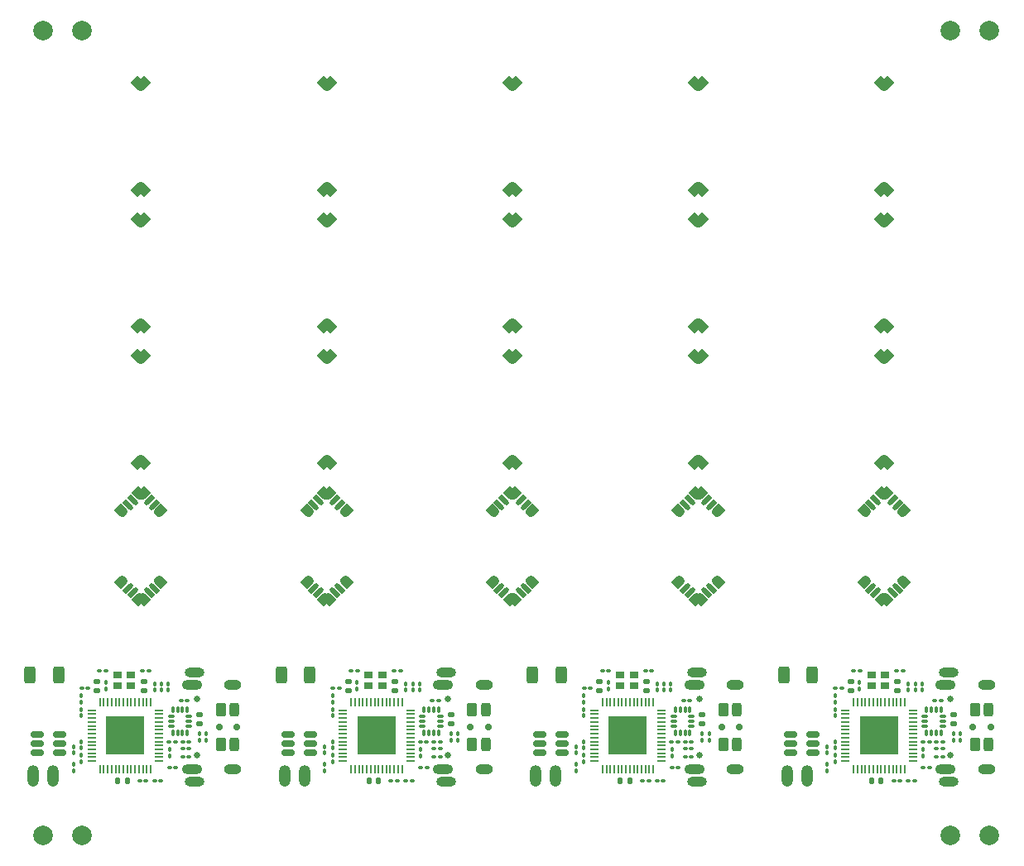
<source format=gbr>
%TF.GenerationSoftware,KiCad,Pcbnew,9.0.3*%
%TF.CreationDate,2025-08-06T20:18:33-04:00*%
%TF.ProjectId,flowstick_main_panel,666c6f77-7374-4696-936b-5f6d61696e5f,rev?*%
%TF.SameCoordinates,Original*%
%TF.FileFunction,Soldermask,Top*%
%TF.FilePolarity,Negative*%
%FSLAX46Y46*%
G04 Gerber Fmt 4.6, Leading zero omitted, Abs format (unit mm)*
G04 Created by KiCad (PCBNEW 9.0.3) date 2025-08-06 20:18:33*
%MOMM*%
%LPD*%
G01*
G04 APERTURE LIST*
G04 Aperture macros list*
%AMRoundRect*
0 Rectangle with rounded corners*
0 $1 Rounding radius*
0 $2 $3 $4 $5 $6 $7 $8 $9 X,Y pos of 4 corners*
0 Add a 4 corners polygon primitive as box body*
4,1,4,$2,$3,$4,$5,$6,$7,$8,$9,$2,$3,0*
0 Add four circle primitives for the rounded corners*
1,1,$1+$1,$2,$3*
1,1,$1+$1,$4,$5*
1,1,$1+$1,$6,$7*
1,1,$1+$1,$8,$9*
0 Add four rect primitives between the rounded corners*
20,1,$1+$1,$2,$3,$4,$5,0*
20,1,$1+$1,$4,$5,$6,$7,0*
20,1,$1+$1,$6,$7,$8,$9,0*
20,1,$1+$1,$8,$9,$2,$3,0*%
%AMFreePoly0*
4,1,16,-0.750000,0.499999,0.250000,0.500000,0.356283,0.488573,0.489623,0.438839,0.603553,0.353553,0.688839,0.239624,0.738573,0.106282,0.750000,0.000000,0.738573,-0.106282,0.688839,-0.239624,0.603553,-0.353553,0.489623,-0.438839,0.356283,-0.488573,0.250000,-0.500000,-0.750000,-0.499999,-0.750000,0.499999,-0.750000,0.499999,$1*%
%AMFreePoly1*
4,1,16,-0.600000,0.499999,0.100000,0.500000,0.206283,0.488573,0.339623,0.438839,0.453553,0.353553,0.538839,0.239624,0.588573,0.106282,0.600000,0.000000,0.588573,-0.106282,0.538839,-0.239624,0.453553,-0.353553,0.339623,-0.438839,0.206283,-0.488573,0.100000,-0.500000,-0.600000,-0.499999,-0.600000,0.499999,-0.600000,0.499999,$1*%
%AMFreePoly2*
4,1,12,-0.600000,0.250000,0.350000,0.250000,0.445671,0.230969,0.526777,0.176777,0.580970,0.095671,0.600000,0.000000,0.580970,-0.095671,0.526777,-0.176777,0.445671,-0.230969,0.350000,-0.250000,-0.600000,-0.250000,-0.600000,0.250000,-0.600000,0.250000,$1*%
G04 Aperture macros list end*
%ADD10C,2.000000*%
%ADD11FreePoly0,315.000000*%
%ADD12FreePoly0,225.000000*%
%ADD13FreePoly0,45.000000*%
%ADD14FreePoly0,135.000000*%
%ADD15FreePoly1,315.000000*%
%ADD16FreePoly2,315.000000*%
%ADD17FreePoly1,45.000000*%
%ADD18FreePoly2,45.000000*%
%ADD19FreePoly1,135.000000*%
%ADD20FreePoly2,135.000000*%
%ADD21FreePoly1,225.000000*%
%ADD22FreePoly2,225.000000*%
%ADD23O,2.000000X1.000000*%
%ADD24RoundRect,0.100000X-0.100000X0.130000X-0.100000X-0.130000X0.100000X-0.130000X0.100000X0.130000X0*%
%ADD25RoundRect,0.100000X0.100000X-0.130000X0.100000X0.130000X-0.100000X0.130000X-0.100000X-0.130000X0*%
%ADD26RoundRect,0.250000X0.312500X0.625000X-0.312500X0.625000X-0.312500X-0.625000X0.312500X-0.625000X0*%
%ADD27RoundRect,0.100000X0.130000X0.100000X-0.130000X0.100000X-0.130000X-0.100000X0.130000X-0.100000X0*%
%ADD28RoundRect,0.140000X0.170000X-0.140000X0.170000X0.140000X-0.170000X0.140000X-0.170000X-0.140000X0*%
%ADD29RoundRect,0.100000X-0.130000X-0.100000X0.130000X-0.100000X0.130000X0.100000X-0.130000X0.100000X0*%
%ADD30RoundRect,0.140000X-0.140000X-0.170000X0.140000X-0.170000X0.140000X0.170000X-0.140000X0.170000X0*%
%ADD31C,0.650000*%
%ADD32O,1.800000X1.000000*%
%ADD33O,2.100000X1.000000*%
%ADD34RoundRect,0.050000X-0.350000X-0.050000X0.350000X-0.050000X0.350000X0.050000X-0.350000X0.050000X0*%
%ADD35RoundRect,0.050000X-0.050000X-0.350000X0.050000X-0.350000X0.050000X0.350000X-0.050000X0.350000X0*%
%ADD36R,4.000000X4.000000*%
%ADD37C,0.700000*%
%ADD38RoundRect,0.250000X0.275000X-0.450000X0.275000X0.450000X-0.275000X0.450000X-0.275000X-0.450000X0*%
%ADD39RoundRect,0.238095X0.261905X-0.461905X0.261905X0.461905X-0.261905X0.461905X-0.261905X-0.461905X0*%
%ADD40R,0.900000X0.800000*%
%ADD41RoundRect,0.140000X-0.170000X0.140000X-0.170000X-0.140000X0.170000X-0.140000X0.170000X0.140000X0*%
%ADD42O,1.200000X2.200000*%
%ADD43C,1.200000*%
%ADD44RoundRect,0.087500X0.087500X-0.225000X0.087500X0.225000X-0.087500X0.225000X-0.087500X-0.225000X0*%
%ADD45RoundRect,0.087500X0.225000X-0.087500X0.225000X0.087500X-0.225000X0.087500X-0.225000X-0.087500X0*%
%ADD46RoundRect,0.150000X0.512500X0.150000X-0.512500X0.150000X-0.512500X-0.150000X0.512500X-0.150000X0*%
G04 APERTURE END LIST*
D10*
%TO.C,REF\u002A\u002A*%
X194800000Y-147400000D03*
%TD*%
%TO.C,REF\u002A\u002A*%
X194800000Y-65000000D03*
%TD*%
%TO.C,REF\u002A\u002A*%
X98000000Y-65000000D03*
%TD*%
%TO.C,REF\u002A\u002A*%
X98000000Y-147400000D03*
%TD*%
%TO.C,REF\u002A\u002A*%
X102000000Y-147400001D03*
%TD*%
%TO.C,REF\u002A\u002A*%
X190800000Y-147400000D03*
%TD*%
%TO.C,REF\u002A\u002A*%
X190800000Y-65000000D03*
%TD*%
%TO.C,REF\u002A\u002A*%
X102000000Y-65000000D03*
%TD*%
D11*
%TO.C,REF\u002A\u002A*%
X183823227Y-70473247D03*
D12*
X184176781Y-70473247D03*
D13*
X183823227Y-81126801D03*
D14*
X184176781Y-81126801D03*
%TD*%
D15*
%TO.C,J8*%
X182040380Y-114208159D03*
D16*
X182676776Y-113571763D03*
X183171751Y-113076788D03*
D15*
X183808147Y-112440392D03*
%TD*%
D17*
%TO.C,J5*%
X183808147Y-123159632D03*
D18*
X183171751Y-122523236D03*
X182676776Y-122028261D03*
D17*
X182040380Y-121391865D03*
%TD*%
D19*
%TO.C,J6*%
X185959620Y-121391865D03*
D20*
X185323224Y-122028261D03*
X184828249Y-122523236D03*
D19*
X184191853Y-123159632D03*
%TD*%
D21*
%TO.C,J7*%
X184191853Y-112440392D03*
D22*
X184828249Y-113076788D03*
X185323224Y-113571763D03*
D21*
X185959620Y-114208159D03*
%TD*%
D12*
%TO.C,REF\u002A\u002A*%
X184176777Y-84473235D03*
D11*
X183823223Y-84473235D03*
D13*
X183823223Y-95126789D03*
D14*
X184176777Y-95126789D03*
%TD*%
D11*
%TO.C,REF\u002A\u002A*%
X183823223Y-98473235D03*
D12*
X184176777Y-98473235D03*
D13*
X183823223Y-109126789D03*
D14*
X184176777Y-109126789D03*
%TD*%
D11*
%TO.C,REF\u002A\u002A*%
X164823227Y-70473235D03*
D12*
X165176781Y-70473235D03*
D13*
X164823227Y-81126789D03*
D14*
X165176781Y-81126789D03*
%TD*%
D21*
%TO.C,J7*%
X165191853Y-112440380D03*
D22*
X165828249Y-113076776D03*
X166323224Y-113571751D03*
D21*
X166959620Y-114208147D03*
%TD*%
D19*
%TO.C,J6*%
X166959620Y-121391853D03*
D20*
X166323224Y-122028249D03*
X165828249Y-122523224D03*
D19*
X165191853Y-123159620D03*
%TD*%
D17*
%TO.C,J5*%
X164808147Y-123159620D03*
D18*
X164171751Y-122523224D03*
X163676776Y-122028249D03*
D17*
X163040380Y-121391853D03*
%TD*%
D15*
%TO.C,J8*%
X163040380Y-114208147D03*
D16*
X163676776Y-113571751D03*
X164171751Y-113076776D03*
D15*
X164808147Y-112440380D03*
%TD*%
D23*
%TO.C,J3*%
X190600000Y-130700000D03*
%TD*%
D24*
%TO.C,C17*%
X191800000Y-136980000D03*
X191800000Y-137620000D03*
%TD*%
D25*
%TO.C,R9*%
X188000000Y-139220000D03*
X188000000Y-138580000D03*
%TD*%
D26*
%TO.C,AE1*%
X176662500Y-130950000D03*
X173737500Y-130950000D03*
%TD*%
D24*
%TO.C,L1*%
X181500000Y-131750000D03*
X181500000Y-132390000D03*
%TD*%
D25*
%TO.C,R15*%
X179000000Y-138420000D03*
X179000000Y-137780000D03*
%TD*%
D27*
%TO.C,C14*%
X188665000Y-140400000D03*
X188025000Y-140400000D03*
%TD*%
D24*
%TO.C,R7*%
X178200000Y-140100000D03*
X178200000Y-140740000D03*
%TD*%
D28*
%TO.C,C3*%
X185400000Y-132550000D03*
X185400000Y-131590000D03*
%TD*%
D29*
%TO.C,C5*%
X185280000Y-130570000D03*
X185920000Y-130570000D03*
%TD*%
D30*
%TO.C,C2*%
X182720000Y-141800000D03*
X183680000Y-141800000D03*
%TD*%
D27*
%TO.C,R3*%
X187120000Y-141800000D03*
X186480000Y-141800000D03*
%TD*%
D29*
%TO.C,R10*%
X187980000Y-137800000D03*
X188620000Y-137800000D03*
%TD*%
D31*
%TO.C,J1*%
X190795000Y-133410000D03*
X190795000Y-139190000D03*
D32*
X194475000Y-131980000D03*
D33*
X190295000Y-131980000D03*
D32*
X194475000Y-140620000D03*
D33*
X190295000Y-140620000D03*
%TD*%
D25*
%TO.C,L2*%
X179000000Y-133720000D03*
X179000000Y-133080000D03*
%TD*%
D34*
%TO.C,U1*%
X180050000Y-134570000D03*
X180050000Y-134970000D03*
X180050000Y-135370000D03*
X180050000Y-135770000D03*
X180050000Y-136170000D03*
X180050000Y-136570000D03*
X180050000Y-136970000D03*
X180050000Y-137370000D03*
X180050000Y-137770000D03*
X180050000Y-138170000D03*
X180050000Y-138570000D03*
X180050000Y-138970000D03*
X180050000Y-139370000D03*
X180050000Y-139770000D03*
D35*
X180900000Y-140620000D03*
X181300000Y-140620000D03*
X181700000Y-140620000D03*
X182100000Y-140620000D03*
X182500000Y-140620000D03*
X182900000Y-140620000D03*
X183300000Y-140620000D03*
X183700000Y-140620000D03*
X184100000Y-140620000D03*
X184500000Y-140620000D03*
X184900000Y-140620000D03*
X185300000Y-140620000D03*
X185700000Y-140620000D03*
X186100000Y-140620000D03*
D34*
X186950000Y-139770000D03*
X186950000Y-139370000D03*
X186950000Y-138970000D03*
X186950000Y-138570000D03*
X186950000Y-138170000D03*
X186950000Y-137770000D03*
X186950000Y-137370000D03*
X186950000Y-136970000D03*
X186950000Y-136570000D03*
X186950000Y-136170000D03*
X186950000Y-135770000D03*
X186950000Y-135370000D03*
X186950000Y-134970000D03*
X186950000Y-134570000D03*
D35*
X186100000Y-133720000D03*
X185700000Y-133720000D03*
X185300000Y-133720000D03*
X184900000Y-133720000D03*
X184500000Y-133720000D03*
X184100000Y-133720000D03*
X183700000Y-133720000D03*
X183300000Y-133720000D03*
X182900000Y-133720000D03*
X182500000Y-133720000D03*
X182100000Y-133720000D03*
X181700000Y-133720000D03*
X181300000Y-133720000D03*
X180900000Y-133720000D03*
D36*
X183500000Y-137170000D03*
%TD*%
D37*
%TO.C,SW1*%
X193100000Y-136300000D03*
X194900000Y-136300000D03*
D38*
X193280000Y-138100000D03*
X193280000Y-134500000D03*
D39*
X194670000Y-138100000D03*
X194670000Y-134500000D03*
%TD*%
D27*
%TO.C,R4*%
X185620000Y-141800000D03*
X184980000Y-141800000D03*
%TD*%
D40*
%TO.C,Y1*%
X184100000Y-130920000D03*
X182700000Y-130920000D03*
X182700000Y-132020000D03*
X184100000Y-132020000D03*
%TD*%
D23*
%TO.C,J4*%
X190600000Y-141900000D03*
%TD*%
D29*
%TO.C,C13*%
X189380000Y-137800000D03*
X190020000Y-137800000D03*
%TD*%
D24*
%TO.C,C7*%
X179000000Y-134480000D03*
X179000000Y-135120000D03*
%TD*%
D41*
%TO.C,C16*%
X191100000Y-135020000D03*
X191100000Y-135980000D03*
%TD*%
D42*
%TO.C,BT1*%
X176100000Y-141300000D03*
D43*
X176100000Y-141800000D03*
D42*
X174100000Y-141300000D03*
D43*
X174100000Y-141800000D03*
%TD*%
D24*
%TO.C,C18*%
X179000000Y-139180000D03*
X179000000Y-139820000D03*
%TD*%
D25*
%TO.C,R2*%
X191100000Y-137620000D03*
X191100000Y-136980000D03*
%TD*%
D29*
%TO.C,C8*%
X179035000Y-132300000D03*
X179675000Y-132300000D03*
%TD*%
%TO.C,C6*%
X180880000Y-130570000D03*
X181520000Y-130570000D03*
%TD*%
%TO.C,R11*%
X189380000Y-138500000D03*
X190020000Y-138500000D03*
%TD*%
D44*
%TO.C,U5*%
X188350000Y-136862500D03*
X188850000Y-136862500D03*
X189350000Y-136862500D03*
X189850000Y-136862500D03*
D45*
X190012500Y-136200000D03*
X190012500Y-135700000D03*
X190012500Y-135200000D03*
D44*
X189850000Y-134537500D03*
X189350000Y-134537500D03*
X188850000Y-134537500D03*
X188350000Y-134537500D03*
D45*
X188187500Y-135200000D03*
X188187500Y-135700000D03*
X188187500Y-136200000D03*
%TD*%
D25*
%TO.C,C11*%
X178200000Y-138920000D03*
X178200000Y-138280000D03*
%TD*%
D29*
%TO.C,R1*%
X189200000Y-133600000D03*
X189840000Y-133600000D03*
%TD*%
D46*
%TO.C,D1*%
X176737500Y-138950000D03*
X176737500Y-138000000D03*
X176737500Y-137050000D03*
X174462500Y-137050000D03*
X174462500Y-138000000D03*
X174462500Y-138950000D03*
%TD*%
D25*
%TO.C,C15*%
X186500000Y-132490000D03*
X186500000Y-131850000D03*
%TD*%
%TO.C,R14*%
X187200000Y-132490000D03*
X187200000Y-131850000D03*
%TD*%
D24*
%TO.C,R13*%
X187900000Y-131850000D03*
X187900000Y-132490000D03*
%TD*%
D28*
%TO.C,C4*%
X180600000Y-132550000D03*
X180600000Y-131590000D03*
%TD*%
D27*
%TO.C,R8*%
X190020000Y-139300000D03*
X189380000Y-139300000D03*
%TD*%
D11*
%TO.C,REF\u002A\u002A*%
X164823223Y-98473223D03*
D12*
X165176777Y-98473223D03*
D13*
X164823223Y-109126777D03*
D14*
X165176777Y-109126777D03*
%TD*%
D12*
%TO.C,REF\u002A\u002A*%
X165176777Y-84473223D03*
D11*
X164823223Y-84473223D03*
D13*
X164823223Y-95126777D03*
D14*
X165176777Y-95126777D03*
%TD*%
D27*
%TO.C,R8*%
X164320000Y-139300000D03*
X163680000Y-139300000D03*
%TD*%
D24*
%TO.C,L1*%
X155800000Y-131750000D03*
X155800000Y-132390000D03*
%TD*%
D28*
%TO.C,C4*%
X154900000Y-132550000D03*
X154900000Y-131590000D03*
%TD*%
D24*
%TO.C,R13*%
X162200000Y-131850000D03*
X162200000Y-132490000D03*
%TD*%
D29*
%TO.C,C8*%
X153335000Y-132300000D03*
X153975000Y-132300000D03*
%TD*%
D25*
%TO.C,R14*%
X161500000Y-132490000D03*
X161500000Y-131850000D03*
%TD*%
%TO.C,C15*%
X160800000Y-132490000D03*
X160800000Y-131850000D03*
%TD*%
D46*
%TO.C,D1*%
X151037500Y-138950000D03*
X151037500Y-138000000D03*
X151037500Y-137050000D03*
X148762500Y-137050000D03*
X148762500Y-138000000D03*
X148762500Y-138950000D03*
%TD*%
D25*
%TO.C,C11*%
X152500000Y-138920000D03*
X152500000Y-138280000D03*
%TD*%
D29*
%TO.C,R1*%
X163500000Y-133600000D03*
X164140000Y-133600000D03*
%TD*%
D31*
%TO.C,J1*%
X165095000Y-133410000D03*
X165095000Y-139190000D03*
D32*
X168775000Y-131980000D03*
D33*
X164595000Y-131980000D03*
D32*
X168775000Y-140620000D03*
D33*
X164595000Y-140620000D03*
%TD*%
D24*
%TO.C,C17*%
X166100000Y-136980000D03*
X166100000Y-137620000D03*
%TD*%
D34*
%TO.C,U1*%
X154350000Y-134570000D03*
X154350000Y-134970000D03*
X154350000Y-135370000D03*
X154350000Y-135770000D03*
X154350000Y-136170000D03*
X154350000Y-136570000D03*
X154350000Y-136970000D03*
X154350000Y-137370000D03*
X154350000Y-137770000D03*
X154350000Y-138170000D03*
X154350000Y-138570000D03*
X154350000Y-138970000D03*
X154350000Y-139370000D03*
X154350000Y-139770000D03*
D35*
X155200000Y-140620000D03*
X155600000Y-140620000D03*
X156000000Y-140620000D03*
X156400000Y-140620000D03*
X156800000Y-140620000D03*
X157200000Y-140620000D03*
X157600000Y-140620000D03*
X158000000Y-140620000D03*
X158400000Y-140620000D03*
X158800000Y-140620000D03*
X159200000Y-140620000D03*
X159600000Y-140620000D03*
X160000000Y-140620000D03*
X160400000Y-140620000D03*
D34*
X161250000Y-139770000D03*
X161250000Y-139370000D03*
X161250000Y-138970000D03*
X161250000Y-138570000D03*
X161250000Y-138170000D03*
X161250000Y-137770000D03*
X161250000Y-137370000D03*
X161250000Y-136970000D03*
X161250000Y-136570000D03*
X161250000Y-136170000D03*
X161250000Y-135770000D03*
X161250000Y-135370000D03*
X161250000Y-134970000D03*
X161250000Y-134570000D03*
D35*
X160400000Y-133720000D03*
X160000000Y-133720000D03*
X159600000Y-133720000D03*
X159200000Y-133720000D03*
X158800000Y-133720000D03*
X158400000Y-133720000D03*
X158000000Y-133720000D03*
X157600000Y-133720000D03*
X157200000Y-133720000D03*
X156800000Y-133720000D03*
X156400000Y-133720000D03*
X156000000Y-133720000D03*
X155600000Y-133720000D03*
X155200000Y-133720000D03*
D36*
X157800000Y-137170000D03*
%TD*%
D44*
%TO.C,U5*%
X162650000Y-136862500D03*
X163150000Y-136862500D03*
X163650000Y-136862500D03*
X164150000Y-136862500D03*
D45*
X164312500Y-136200000D03*
X164312500Y-135700000D03*
X164312500Y-135200000D03*
D44*
X164150000Y-134537500D03*
X163650000Y-134537500D03*
X163150000Y-134537500D03*
X162650000Y-134537500D03*
D45*
X162487500Y-135200000D03*
X162487500Y-135700000D03*
X162487500Y-136200000D03*
%TD*%
D29*
%TO.C,R11*%
X163680000Y-138500000D03*
X164320000Y-138500000D03*
%TD*%
%TO.C,C6*%
X155180000Y-130570000D03*
X155820000Y-130570000D03*
%TD*%
%TO.C,C13*%
X163680000Y-137800000D03*
X164320000Y-137800000D03*
%TD*%
D25*
%TO.C,R2*%
X165400000Y-137620000D03*
X165400000Y-136980000D03*
%TD*%
D24*
%TO.C,C18*%
X153300000Y-139180000D03*
X153300000Y-139820000D03*
%TD*%
D42*
%TO.C,BT1*%
X150400000Y-141300000D03*
D43*
X150400000Y-141800000D03*
D42*
X148400000Y-141300000D03*
D43*
X148400000Y-141800000D03*
%TD*%
D41*
%TO.C,C16*%
X165400000Y-135020000D03*
X165400000Y-135980000D03*
%TD*%
D24*
%TO.C,C7*%
X153300000Y-134480000D03*
X153300000Y-135120000D03*
%TD*%
D23*
%TO.C,J4*%
X164900000Y-141900000D03*
%TD*%
D40*
%TO.C,Y1*%
X158400000Y-130920000D03*
X157000000Y-130920000D03*
X157000000Y-132020000D03*
X158400000Y-132020000D03*
%TD*%
D37*
%TO.C,SW1*%
X167400000Y-136300000D03*
X169200000Y-136300000D03*
D38*
X167580000Y-138100000D03*
X167580000Y-134500000D03*
D39*
X168970000Y-138100000D03*
X168970000Y-134500000D03*
%TD*%
D27*
%TO.C,R4*%
X159920000Y-141800000D03*
X159280000Y-141800000D03*
%TD*%
%TO.C,C14*%
X162965000Y-140400000D03*
X162325000Y-140400000D03*
%TD*%
D25*
%TO.C,L2*%
X153300000Y-133720000D03*
X153300000Y-133080000D03*
%TD*%
D29*
%TO.C,R10*%
X162280000Y-137800000D03*
X162920000Y-137800000D03*
%TD*%
D27*
%TO.C,R3*%
X161420000Y-141800000D03*
X160780000Y-141800000D03*
%TD*%
D30*
%TO.C,C2*%
X157020000Y-141800000D03*
X157980000Y-141800000D03*
%TD*%
D29*
%TO.C,C5*%
X159580000Y-130570000D03*
X160220000Y-130570000D03*
%TD*%
D28*
%TO.C,C3*%
X159700000Y-132550000D03*
X159700000Y-131590000D03*
%TD*%
D24*
%TO.C,R7*%
X152500000Y-140100000D03*
X152500000Y-140740000D03*
%TD*%
D25*
%TO.C,R15*%
X153300000Y-138420000D03*
X153300000Y-137780000D03*
%TD*%
D26*
%TO.C,AE1*%
X150962500Y-130950000D03*
X148037500Y-130950000D03*
%TD*%
D25*
%TO.C,R9*%
X162300000Y-139220000D03*
X162300000Y-138580000D03*
%TD*%
D23*
%TO.C,J3*%
X164900000Y-130700000D03*
%TD*%
D11*
%TO.C,REF\u002A\u002A*%
X145823223Y-98473223D03*
D12*
X146176777Y-98473223D03*
D13*
X145823223Y-109126777D03*
D14*
X146176777Y-109126777D03*
%TD*%
D12*
%TO.C,REF\u002A\u002A*%
X146176777Y-84473223D03*
D11*
X145823223Y-84473223D03*
D13*
X145823223Y-95126777D03*
D14*
X146176777Y-95126777D03*
%TD*%
D11*
%TO.C,REF\u002A\u002A*%
X145823227Y-70473235D03*
D12*
X146176781Y-70473235D03*
D13*
X145823227Y-81126789D03*
D14*
X146176781Y-81126789D03*
%TD*%
D15*
%TO.C,J8*%
X144040380Y-114208147D03*
D16*
X144676776Y-113571751D03*
X145171751Y-113076776D03*
D15*
X145808147Y-112440380D03*
%TD*%
D17*
%TO.C,J5*%
X145808147Y-123159620D03*
D18*
X145171751Y-122523224D03*
X144676776Y-122028249D03*
D17*
X144040380Y-121391853D03*
%TD*%
D19*
%TO.C,J6*%
X147959620Y-121391853D03*
D20*
X147323224Y-122028249D03*
X146828249Y-122523224D03*
D19*
X146191853Y-123159620D03*
%TD*%
D21*
%TO.C,J7*%
X146191853Y-112440380D03*
D22*
X146828249Y-113076776D03*
X147323224Y-113571751D03*
D21*
X147959620Y-114208147D03*
%TD*%
D11*
%TO.C,REF\u002A\u002A*%
X126823223Y-70473223D03*
D12*
X127176777Y-70473223D03*
D13*
X126823223Y-81126777D03*
D14*
X127176777Y-81126777D03*
%TD*%
D12*
%TO.C,REF\u002A\u002A*%
X127176773Y-84473211D03*
D11*
X126823219Y-84473211D03*
D13*
X126823219Y-95126765D03*
D14*
X127176773Y-95126765D03*
%TD*%
D11*
%TO.C,REF\u002A\u002A*%
X126823219Y-98473211D03*
D12*
X127176773Y-98473211D03*
D13*
X126823219Y-109126765D03*
D14*
X127176773Y-109126765D03*
%TD*%
D23*
%TO.C,J3*%
X139200000Y-130700000D03*
%TD*%
D29*
%TO.C,R1*%
X137800000Y-133600000D03*
X138440000Y-133600000D03*
%TD*%
D25*
%TO.C,R9*%
X136600000Y-139220000D03*
X136600000Y-138580000D03*
%TD*%
%TO.C,L2*%
X127600000Y-133720000D03*
X127600000Y-133080000D03*
%TD*%
D26*
%TO.C,AE1*%
X125262500Y-130950000D03*
X122337500Y-130950000D03*
%TD*%
D27*
%TO.C,C14*%
X137265000Y-140400000D03*
X136625000Y-140400000D03*
%TD*%
%TO.C,R4*%
X134220000Y-141800000D03*
X133580000Y-141800000D03*
%TD*%
D28*
%TO.C,C4*%
X129200000Y-132550000D03*
X129200000Y-131590000D03*
%TD*%
D46*
%TO.C,D1*%
X125337500Y-138950000D03*
X125337500Y-138000000D03*
X125337500Y-137050000D03*
X123062500Y-137050000D03*
X123062500Y-138000000D03*
X123062500Y-138950000D03*
%TD*%
D25*
%TO.C,R14*%
X135800000Y-132490000D03*
X135800000Y-131850000D03*
%TD*%
%TO.C,R15*%
X127600000Y-138420000D03*
X127600000Y-137780000D03*
%TD*%
D24*
%TO.C,R7*%
X126800000Y-140100000D03*
X126800000Y-140740000D03*
%TD*%
D23*
%TO.C,J4*%
X139200000Y-141900000D03*
%TD*%
D28*
%TO.C,C3*%
X134000000Y-132550000D03*
X134000000Y-131590000D03*
%TD*%
D41*
%TO.C,C16*%
X139700000Y-135020000D03*
X139700000Y-135980000D03*
%TD*%
D29*
%TO.C,C5*%
X133880000Y-130570000D03*
X134520000Y-130570000D03*
%TD*%
D42*
%TO.C,BT1*%
X124700000Y-141300000D03*
D43*
X124700000Y-141800000D03*
D42*
X122700000Y-141300000D03*
D43*
X122700000Y-141800000D03*
%TD*%
D30*
%TO.C,C2*%
X131320000Y-141800000D03*
X132280000Y-141800000D03*
%TD*%
D27*
%TO.C,R3*%
X135720000Y-141800000D03*
X135080000Y-141800000D03*
%TD*%
D24*
%TO.C,C7*%
X127600000Y-134480000D03*
X127600000Y-135120000D03*
%TD*%
D29*
%TO.C,R10*%
X136580000Y-137800000D03*
X137220000Y-137800000D03*
%TD*%
D37*
%TO.C,SW1*%
X141700000Y-136300000D03*
X143500000Y-136300000D03*
D38*
X141880000Y-138100000D03*
X141880000Y-134500000D03*
D39*
X143270000Y-138100000D03*
X143270000Y-134500000D03*
%TD*%
D40*
%TO.C,Y1*%
X132700000Y-130920000D03*
X131300000Y-130920000D03*
X131300000Y-132020000D03*
X132700000Y-132020000D03*
%TD*%
D31*
%TO.C,J1*%
X139395000Y-133410000D03*
X139395000Y-139190000D03*
D32*
X143075000Y-131980000D03*
D33*
X138895000Y-131980000D03*
D32*
X143075000Y-140620000D03*
D33*
X138895000Y-140620000D03*
%TD*%
D29*
%TO.C,C6*%
X129480000Y-130570000D03*
X130120000Y-130570000D03*
%TD*%
D24*
%TO.C,C18*%
X127600000Y-139180000D03*
X127600000Y-139820000D03*
%TD*%
D25*
%TO.C,R2*%
X139700000Y-137620000D03*
X139700000Y-136980000D03*
%TD*%
D29*
%TO.C,C13*%
X137980000Y-137800000D03*
X138620000Y-137800000D03*
%TD*%
D34*
%TO.C,U1*%
X128650000Y-134570000D03*
X128650000Y-134970000D03*
X128650000Y-135370000D03*
X128650000Y-135770000D03*
X128650000Y-136170000D03*
X128650000Y-136570000D03*
X128650000Y-136970000D03*
X128650000Y-137370000D03*
X128650000Y-137770000D03*
X128650000Y-138170000D03*
X128650000Y-138570000D03*
X128650000Y-138970000D03*
X128650000Y-139370000D03*
X128650000Y-139770000D03*
D35*
X129500000Y-140620000D03*
X129900000Y-140620000D03*
X130300000Y-140620000D03*
X130700000Y-140620000D03*
X131100000Y-140620000D03*
X131500000Y-140620000D03*
X131900000Y-140620000D03*
X132300000Y-140620000D03*
X132700000Y-140620000D03*
X133100000Y-140620000D03*
X133500000Y-140620000D03*
X133900000Y-140620000D03*
X134300000Y-140620000D03*
X134700000Y-140620000D03*
D34*
X135550000Y-139770000D03*
X135550000Y-139370000D03*
X135550000Y-138970000D03*
X135550000Y-138570000D03*
X135550000Y-138170000D03*
X135550000Y-137770000D03*
X135550000Y-137370000D03*
X135550000Y-136970000D03*
X135550000Y-136570000D03*
X135550000Y-136170000D03*
X135550000Y-135770000D03*
X135550000Y-135370000D03*
X135550000Y-134970000D03*
X135550000Y-134570000D03*
D35*
X134700000Y-133720000D03*
X134300000Y-133720000D03*
X133900000Y-133720000D03*
X133500000Y-133720000D03*
X133100000Y-133720000D03*
X132700000Y-133720000D03*
X132300000Y-133720000D03*
X131900000Y-133720000D03*
X131500000Y-133720000D03*
X131100000Y-133720000D03*
X130700000Y-133720000D03*
X130300000Y-133720000D03*
X129900000Y-133720000D03*
X129500000Y-133720000D03*
D36*
X132100000Y-137170000D03*
%TD*%
D25*
%TO.C,C15*%
X135100000Y-132490000D03*
X135100000Y-131850000D03*
%TD*%
D29*
%TO.C,R11*%
X137980000Y-138500000D03*
X138620000Y-138500000D03*
%TD*%
D44*
%TO.C,U5*%
X136950000Y-136862500D03*
X137450000Y-136862500D03*
X137950000Y-136862500D03*
X138450000Y-136862500D03*
D45*
X138612500Y-136200000D03*
X138612500Y-135700000D03*
X138612500Y-135200000D03*
D44*
X138450000Y-134537500D03*
X137950000Y-134537500D03*
X137450000Y-134537500D03*
X136950000Y-134537500D03*
D45*
X136787500Y-135200000D03*
X136787500Y-135700000D03*
X136787500Y-136200000D03*
%TD*%
D24*
%TO.C,C17*%
X140400000Y-136980000D03*
X140400000Y-137620000D03*
%TD*%
D25*
%TO.C,C11*%
X126800000Y-138920000D03*
X126800000Y-138280000D03*
%TD*%
D29*
%TO.C,C8*%
X127635000Y-132300000D03*
X128275000Y-132300000D03*
%TD*%
D24*
%TO.C,R13*%
X136500000Y-131850000D03*
X136500000Y-132490000D03*
%TD*%
%TO.C,L1*%
X130100000Y-131750000D03*
X130100000Y-132390000D03*
%TD*%
D27*
%TO.C,R8*%
X138620000Y-139300000D03*
X137980000Y-139300000D03*
%TD*%
D21*
%TO.C,J7*%
X127191849Y-112440368D03*
D22*
X127828245Y-113076764D03*
X128323220Y-113571739D03*
D21*
X128959616Y-114208135D03*
%TD*%
D19*
%TO.C,J6*%
X128959616Y-121391841D03*
D20*
X128323220Y-122028237D03*
X127828245Y-122523212D03*
D19*
X127191849Y-123159608D03*
%TD*%
D17*
%TO.C,J5*%
X126808143Y-123159608D03*
D18*
X126171747Y-122523212D03*
X125676772Y-122028237D03*
D17*
X125040376Y-121391841D03*
%TD*%
D15*
%TO.C,J8*%
X125040376Y-114208135D03*
D16*
X125676772Y-113571739D03*
X126171747Y-113076764D03*
D15*
X126808143Y-112440368D03*
%TD*%
D11*
%TO.C,REF\u002A\u002A*%
X107823223Y-98473223D03*
D12*
X108176777Y-98473223D03*
D13*
X107823223Y-109126777D03*
D14*
X108176777Y-109126777D03*
%TD*%
D12*
%TO.C,REF\u002A\u002A*%
X108176777Y-84473223D03*
D11*
X107823223Y-84473223D03*
D13*
X107823223Y-95126777D03*
D14*
X108176777Y-95126777D03*
%TD*%
D29*
%TO.C,R11*%
X112280000Y-138500000D03*
X112920000Y-138500000D03*
%TD*%
D23*
%TO.C,J4*%
X113500000Y-141900000D03*
%TD*%
D29*
%TO.C,C6*%
X103780000Y-130570000D03*
X104420000Y-130570000D03*
%TD*%
D42*
%TO.C,BT1*%
X99000000Y-141300000D03*
D43*
X99000000Y-141800000D03*
D42*
X97000000Y-141300000D03*
D43*
X97000000Y-141800000D03*
%TD*%
D27*
%TO.C,R3*%
X110020000Y-141800000D03*
X109380000Y-141800000D03*
%TD*%
D24*
%TO.C,R13*%
X110800000Y-131850000D03*
X110800000Y-132490000D03*
%TD*%
D25*
%TO.C,C15*%
X109400000Y-132490000D03*
X109400000Y-131850000D03*
%TD*%
D40*
%TO.C,Y1*%
X107000000Y-130920000D03*
X105600000Y-130920000D03*
X105600000Y-132020000D03*
X107000000Y-132020000D03*
%TD*%
D11*
%TO.C,REF\u002A\u002A*%
X107823227Y-70473235D03*
D12*
X108176781Y-70473235D03*
D13*
X107823227Y-81126789D03*
D14*
X108176781Y-81126789D03*
%TD*%
D25*
%TO.C,R15*%
X101900000Y-138420000D03*
X101900000Y-137780000D03*
%TD*%
D46*
%TO.C,D1*%
X99637500Y-138950000D03*
X99637500Y-138000000D03*
X99637500Y-137050000D03*
X97362500Y-137050000D03*
X97362500Y-138000000D03*
X97362500Y-138950000D03*
%TD*%
D25*
%TO.C,R14*%
X110100000Y-132490000D03*
X110100000Y-131850000D03*
%TD*%
D27*
%TO.C,C14*%
X111565000Y-140400000D03*
X110925000Y-140400000D03*
%TD*%
%TO.C,R4*%
X108520000Y-141800000D03*
X107880000Y-141800000D03*
%TD*%
D28*
%TO.C,C4*%
X103500000Y-132550000D03*
X103500000Y-131590000D03*
%TD*%
%TO.C,C3*%
X108300000Y-132550000D03*
X108300000Y-131590000D03*
%TD*%
D25*
%TO.C,L2*%
X101900000Y-133720000D03*
X101900000Y-133080000D03*
%TD*%
D44*
%TO.C,U5*%
X111250000Y-136862500D03*
X111750000Y-136862500D03*
X112250000Y-136862500D03*
X112750000Y-136862500D03*
D45*
X112912500Y-136200000D03*
X112912500Y-135700000D03*
X112912500Y-135200000D03*
D44*
X112750000Y-134537500D03*
X112250000Y-134537500D03*
X111750000Y-134537500D03*
X111250000Y-134537500D03*
D45*
X111087500Y-135200000D03*
X111087500Y-135700000D03*
X111087500Y-136200000D03*
%TD*%
D30*
%TO.C,C2*%
X105620000Y-141800000D03*
X106580000Y-141800000D03*
%TD*%
D25*
%TO.C,C11*%
X101100000Y-138920000D03*
X101100000Y-138280000D03*
%TD*%
%TO.C,R2*%
X114000000Y-137620000D03*
X114000000Y-136980000D03*
%TD*%
D29*
%TO.C,C5*%
X108180000Y-130570000D03*
X108820000Y-130570000D03*
%TD*%
D37*
%TO.C,SW1*%
X116000000Y-136300000D03*
X117800000Y-136300000D03*
D38*
X116180000Y-138100000D03*
X116180000Y-134500000D03*
D39*
X117570000Y-138100000D03*
X117570000Y-134500000D03*
%TD*%
D24*
%TO.C,C7*%
X101900000Y-134480000D03*
X101900000Y-135120000D03*
%TD*%
D29*
%TO.C,R10*%
X110880000Y-137800000D03*
X111520000Y-137800000D03*
%TD*%
D24*
%TO.C,C17*%
X114700000Y-136980000D03*
X114700000Y-137620000D03*
%TD*%
%TO.C,C18*%
X101900000Y-139180000D03*
X101900000Y-139820000D03*
%TD*%
D29*
%TO.C,C8*%
X101935000Y-132300000D03*
X102575000Y-132300000D03*
%TD*%
%TO.C,C13*%
X112280000Y-137800000D03*
X112920000Y-137800000D03*
%TD*%
D41*
%TO.C,C16*%
X114000000Y-135020000D03*
X114000000Y-135980000D03*
%TD*%
D24*
%TO.C,L1*%
X104400000Y-131750000D03*
X104400000Y-132390000D03*
%TD*%
D26*
%TO.C,AE1*%
X99562500Y-130950000D03*
X96637500Y-130950000D03*
%TD*%
D27*
%TO.C,R8*%
X112920000Y-139300000D03*
X112280000Y-139300000D03*
%TD*%
D29*
%TO.C,R1*%
X112100000Y-133600000D03*
X112740000Y-133600000D03*
%TD*%
D25*
%TO.C,R9*%
X110900000Y-139220000D03*
X110900000Y-138580000D03*
%TD*%
D24*
%TO.C,R7*%
X101100000Y-140100000D03*
X101100000Y-140740000D03*
%TD*%
D34*
%TO.C,U1*%
X102950000Y-134570000D03*
X102950000Y-134970000D03*
X102950000Y-135370000D03*
X102950000Y-135770000D03*
X102950000Y-136170000D03*
X102950000Y-136570000D03*
X102950000Y-136970000D03*
X102950000Y-137370000D03*
X102950000Y-137770000D03*
X102950000Y-138170000D03*
X102950000Y-138570000D03*
X102950000Y-138970000D03*
X102950000Y-139370000D03*
X102950000Y-139770000D03*
D35*
X103800000Y-140620000D03*
X104200000Y-140620000D03*
X104600000Y-140620000D03*
X105000000Y-140620000D03*
X105400000Y-140620000D03*
X105800000Y-140620000D03*
X106200000Y-140620000D03*
X106600000Y-140620000D03*
X107000000Y-140620000D03*
X107400000Y-140620000D03*
X107800000Y-140620000D03*
X108200000Y-140620000D03*
X108600000Y-140620000D03*
X109000000Y-140620000D03*
D34*
X109850000Y-139770000D03*
X109850000Y-139370000D03*
X109850000Y-138970000D03*
X109850000Y-138570000D03*
X109850000Y-138170000D03*
X109850000Y-137770000D03*
X109850000Y-137370000D03*
X109850000Y-136970000D03*
X109850000Y-136570000D03*
X109850000Y-136170000D03*
X109850000Y-135770000D03*
X109850000Y-135370000D03*
X109850000Y-134970000D03*
X109850000Y-134570000D03*
D35*
X109000000Y-133720000D03*
X108600000Y-133720000D03*
X108200000Y-133720000D03*
X107800000Y-133720000D03*
X107400000Y-133720000D03*
X107000000Y-133720000D03*
X106600000Y-133720000D03*
X106200000Y-133720000D03*
X105800000Y-133720000D03*
X105400000Y-133720000D03*
X105000000Y-133720000D03*
X104600000Y-133720000D03*
X104200000Y-133720000D03*
X103800000Y-133720000D03*
D36*
X106400000Y-137170000D03*
%TD*%
D23*
%TO.C,J3*%
X113500000Y-130700000D03*
%TD*%
D31*
%TO.C,J1*%
X113695000Y-133410000D03*
X113695000Y-139190000D03*
D32*
X117375000Y-131980000D03*
D33*
X113195000Y-131980000D03*
D32*
X117375000Y-140620000D03*
D33*
X113195000Y-140620000D03*
%TD*%
D17*
%TO.C,J5*%
X107808147Y-123159620D03*
D18*
X107171751Y-122523224D03*
X106676776Y-122028249D03*
D17*
X106040380Y-121391853D03*
%TD*%
D21*
%TO.C,J7*%
X108191853Y-112440380D03*
D22*
X108828249Y-113076776D03*
X109323224Y-113571751D03*
D21*
X109959620Y-114208147D03*
%TD*%
D19*
%TO.C,J6*%
X109959620Y-121391853D03*
D20*
X109323224Y-122028249D03*
X108828249Y-122523224D03*
D19*
X108191853Y-123159620D03*
%TD*%
D15*
%TO.C,J8*%
X106040380Y-114208147D03*
D16*
X106676776Y-113571751D03*
X107171751Y-113076776D03*
D15*
X107808147Y-112440380D03*
%TD*%
M02*

</source>
